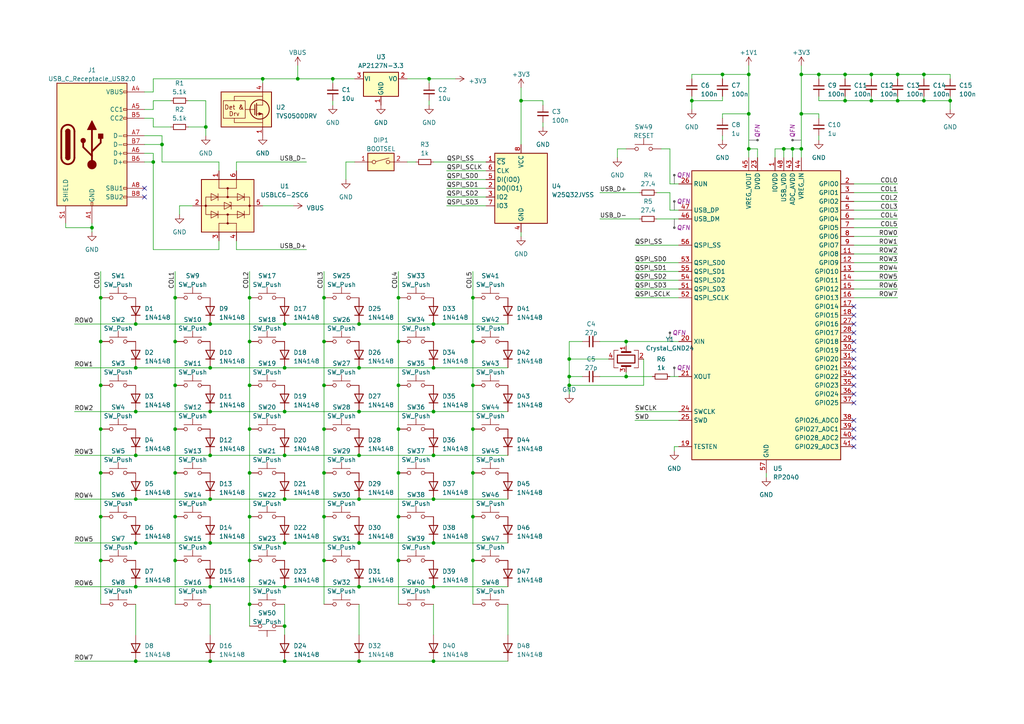
<source format=kicad_sch>
(kicad_sch (version 20230121) (generator eeschema)
  (paper "A4")
  (junction (at 82.55 144.78))
  (junction (at 137.16 137.16))
  (junction (at 50.8 99.06))
  (junction (at 232.41 21.59))
  (junction (at 46.99 41.91))
  (junction (at 29.21 86.36))
  (junction (at 232.41 33.02))
  (junction (at 93.98 137.16))
  (junction (at 125.73 170.18))
  (junction (at 76.2 22.86))
  (junction (at 125.73 191.77))
  (junction (at 137.16 99.06))
  (junction (at 115.57 137.16))
  (junction (at 82.55 106.68))
  (junction (at 93.98 86.36))
  (junction (at 44.45 46.99))
  (junction (at 137.16 162.56))
  (junction (at 93.98 162.56))
  (junction (at 96.52 22.86))
  (junction (at 115.57 124.46))
  (junction (at 72.39 111.76))
  (junction (at 72.39 86.36))
  (junction (at 39.37 106.68))
  (junction (at 50.8 162.56))
  (junction (at 104.14 132.08))
  (junction (at 59.69 36.83))
  (junction (at 245.11 21.59))
  (junction (at 229.87 43.18))
  (junction (at 137.16 111.76))
  (junction (at 72.39 149.86))
  (junction (at 72.39 175.26))
  (junction (at 50.8 124.46))
  (junction (at 39.37 191.77))
  (junction (at 60.96 144.78))
  (junction (at 29.21 162.56))
  (junction (at 165.1 111.76))
  (junction (at 60.96 191.77))
  (junction (at 82.55 132.08))
  (junction (at 39.37 132.08))
  (junction (at 26.67 66.04))
  (junction (at 72.39 124.46))
  (junction (at 124.46 22.86))
  (junction (at 104.14 144.78))
  (junction (at 29.21 99.06))
  (junction (at 50.8 86.36))
  (junction (at 104.14 106.68))
  (junction (at 82.55 181.61))
  (junction (at 217.17 33.02))
  (junction (at 72.39 99.06))
  (junction (at 209.55 21.59))
  (junction (at 104.14 93.98))
  (junction (at 50.8 111.76))
  (junction (at 115.57 162.56))
  (junction (at 29.21 111.76))
  (junction (at 39.37 157.48))
  (junction (at 151.13 29.21))
  (junction (at 181.61 109.22))
  (junction (at 72.39 162.56))
  (junction (at 227.33 43.18))
  (junction (at 252.73 21.59))
  (junction (at 125.73 93.98))
  (junction (at 72.39 137.16))
  (junction (at 50.8 149.86))
  (junction (at 82.55 191.77))
  (junction (at 60.96 93.98))
  (junction (at 181.61 99.06))
  (junction (at 125.73 106.68))
  (junction (at 217.17 21.59))
  (junction (at 39.37 170.18))
  (junction (at 217.17 43.18))
  (junction (at 104.14 119.38))
  (junction (at 29.21 137.16))
  (junction (at 82.55 93.98))
  (junction (at 125.73 144.78))
  (junction (at 104.14 170.18))
  (junction (at 237.49 21.59))
  (junction (at 93.98 124.46))
  (junction (at 125.73 132.08))
  (junction (at 86.36 22.86))
  (junction (at 104.14 191.77))
  (junction (at 82.55 157.48))
  (junction (at 165.1 109.22))
  (junction (at 115.57 111.76))
  (junction (at 60.96 157.48))
  (junction (at 39.37 93.98))
  (junction (at 115.57 99.06))
  (junction (at 115.57 149.86))
  (junction (at 267.97 21.59))
  (junction (at 29.21 124.46))
  (junction (at 60.96 106.68))
  (junction (at 39.37 144.78))
  (junction (at 232.41 43.18))
  (junction (at 60.96 132.08))
  (junction (at 60.96 170.18))
  (junction (at 39.37 119.38))
  (junction (at 260.35 21.59))
  (junction (at 252.73 29.21))
  (junction (at 275.59 29.21))
  (junction (at 93.98 99.06))
  (junction (at 267.97 29.21))
  (junction (at 125.73 157.48))
  (junction (at 50.8 137.16))
  (junction (at 115.57 86.36))
  (junction (at 137.16 149.86))
  (junction (at 245.11 29.21))
  (junction (at 125.73 119.38))
  (junction (at 29.21 149.86))
  (junction (at 93.98 149.86))
  (junction (at 93.98 111.76))
  (junction (at 137.16 86.36))
  (junction (at 82.55 119.38))
  (junction (at 165.1 104.14))
  (junction (at 260.35 29.21))
  (junction (at 200.66 29.21))
  (junction (at 137.16 124.46))
  (junction (at 104.14 157.48))
  (junction (at 60.96 119.38))
  (junction (at 82.55 170.18))
  (no_connect (at 247.65 109.22))
  (no_connect (at 247.65 121.92))
  (no_connect (at 247.65 91.44))
  (no_connect (at 247.65 106.68))
  (no_connect (at 41.91 57.15))
  (no_connect (at 247.65 129.54))
  (no_connect (at 247.65 104.14))
  (no_connect (at 247.65 101.6))
  (no_connect (at 247.65 99.06))
  (no_connect (at 41.91 54.61))
  (no_connect (at 247.65 88.9))
  (no_connect (at 247.65 93.98))
  (no_connect (at 247.65 96.52))
  (no_connect (at 247.65 114.3))
  (no_connect (at 247.65 111.76))
  (no_connect (at 247.65 127))
  (no_connect (at 247.65 116.84))
  (no_connect (at 247.65 124.46))
  (wire (pts (xy 96.52 22.86) (xy 96.52 24.13)))
  (wire (pts (xy 55.88 59.69) (xy 52.07 59.69)))
  (wire (pts (xy 125.73 119.38) (xy 147.32 119.38)))
  (wire (pts (xy 115.57 99.06) (xy 115.57 111.76)))
  (wire (pts (xy 19.05 66.04) (xy 26.67 66.04)))
  (wire (pts (xy 181.61 100.33) (xy 181.61 99.06)))
  (wire (pts (xy 129.54 59.69) (xy 140.97 59.69)))
  (wire (pts (xy 173.99 55.88) (xy 185.42 55.88)))
  (wire (pts (xy 184.15 119.38) (xy 196.85 119.38)))
  (wire (pts (xy 181.61 107.95) (xy 181.61 109.22)))
  (wire (pts (xy 129.54 49.53) (xy 140.97 49.53)))
  (wire (pts (xy 125.73 46.99) (xy 140.97 46.99)))
  (wire (pts (xy 21.59 119.38) (xy 39.37 119.38)))
  (wire (pts (xy 60.96 93.98) (xy 82.55 93.98)))
  (wire (pts (xy 229.87 45.72) (xy 229.87 43.18)))
  (wire (pts (xy 21.59 93.98) (xy 39.37 93.98)))
  (wire (pts (xy 209.55 33.02) (xy 217.17 33.02)))
  (wire (pts (xy 46.99 41.91) (xy 46.99 46.99)))
  (wire (pts (xy 44.45 46.99) (xy 44.45 44.45)))
  (wire (pts (xy 72.39 162.56) (xy 72.39 175.26)))
  (wire (pts (xy 129.54 54.61) (xy 140.97 54.61)))
  (wire (pts (xy 41.91 44.45) (xy 44.45 44.45)))
  (wire (pts (xy 124.46 22.86) (xy 124.46 24.13)))
  (wire (pts (xy 232.41 43.18) (xy 229.87 43.18)))
  (wire (pts (xy 173.99 99.06) (xy 181.61 99.06)))
  (wire (pts (xy 245.11 21.59) (xy 245.11 22.86)))
  (wire (pts (xy 44.45 31.75) (xy 41.91 31.75)))
  (wire (pts (xy 181.61 99.06) (xy 196.85 99.06)))
  (wire (pts (xy 68.58 46.99) (xy 68.58 49.53)))
  (wire (pts (xy 72.39 99.06) (xy 72.39 111.76)))
  (wire (pts (xy 104.14 119.38) (xy 125.73 119.38)))
  (wire (pts (xy 54.61 36.83) (xy 59.69 36.83)))
  (wire (pts (xy 165.1 111.76) (xy 165.1 114.3)))
  (wire (pts (xy 200.66 29.21) (xy 209.55 29.21)))
  (wire (pts (xy 129.54 52.07) (xy 140.97 52.07)))
  (wire (pts (xy 76.2 22.86) (xy 86.36 22.86)))
  (wire (pts (xy 124.46 22.86) (xy 132.08 22.86)))
  (wire (pts (xy 96.52 29.21) (xy 96.52 30.48)))
  (wire (pts (xy 100.33 46.99) (xy 100.33 52.07)))
  (wire (pts (xy 260.35 27.94) (xy 260.35 29.21)))
  (wire (pts (xy 93.98 86.36) (xy 93.98 99.06)))
  (wire (pts (xy 137.16 137.16) (xy 137.16 149.86)))
  (wire (pts (xy 39.37 119.38) (xy 60.96 119.38)))
  (wire (pts (xy 63.5 72.39) (xy 63.5 69.85)))
  (wire (pts (xy 115.57 78.74) (xy 115.57 86.36)))
  (wire (pts (xy 41.91 46.99) (xy 44.45 46.99)))
  (wire (pts (xy 217.17 33.02) (xy 217.17 43.18)))
  (wire (pts (xy 104.14 170.18) (xy 125.73 170.18)))
  (wire (pts (xy 267.97 29.21) (xy 275.59 29.21)))
  (wire (pts (xy 104.14 132.08) (xy 125.73 132.08)))
  (wire (pts (xy 247.65 86.36) (xy 260.35 86.36)))
  (wire (pts (xy 194.31 60.96) (xy 194.31 55.88)))
  (wire (pts (xy 60.96 191.77) (xy 82.55 191.77)))
  (wire (pts (xy 245.11 29.21) (xy 252.73 29.21)))
  (wire (pts (xy 115.57 111.76) (xy 115.57 124.46)))
  (wire (pts (xy 118.11 46.99) (xy 120.65 46.99)))
  (wire (pts (xy 186.69 111.76) (xy 165.1 111.76)))
  (wire (pts (xy 44.45 22.86) (xy 76.2 22.86)))
  (wire (pts (xy 195.58 129.54) (xy 195.58 130.81)))
  (wire (pts (xy 247.65 66.04) (xy 260.35 66.04)))
  (wire (pts (xy 137.16 86.36) (xy 137.16 99.06)))
  (wire (pts (xy 165.1 104.14) (xy 165.1 109.22)))
  (wire (pts (xy 50.8 86.36) (xy 50.8 99.06)))
  (wire (pts (xy 219.71 43.18) (xy 217.17 43.18)))
  (wire (pts (xy 232.41 33.02) (xy 237.49 33.02)))
  (wire (pts (xy 60.96 106.68) (xy 82.55 106.68)))
  (wire (pts (xy 247.65 55.88) (xy 260.35 55.88)))
  (wire (pts (xy 29.21 111.76) (xy 29.21 124.46)))
  (wire (pts (xy 46.99 41.91) (xy 46.99 39.37)))
  (wire (pts (xy 41.91 26.67) (xy 44.45 26.67)))
  (wire (pts (xy 21.59 157.48) (xy 39.37 157.48)))
  (wire (pts (xy 21.59 170.18) (xy 39.37 170.18)))
  (wire (pts (xy 93.98 99.06) (xy 93.98 111.76)))
  (wire (pts (xy 21.59 106.68) (xy 39.37 106.68)))
  (wire (pts (xy 124.46 29.21) (xy 124.46 30.48)))
  (wire (pts (xy 50.8 99.06) (xy 50.8 111.76)))
  (wire (pts (xy 82.55 119.38) (xy 104.14 119.38)))
  (wire (pts (xy 125.73 144.78) (xy 147.32 144.78)))
  (wire (pts (xy 86.36 22.86) (xy 96.52 22.86)))
  (wire (pts (xy 60.96 132.08) (xy 82.55 132.08)))
  (wire (pts (xy 190.5 63.5) (xy 196.85 63.5)))
  (wire (pts (xy 252.73 27.94) (xy 252.73 29.21)))
  (wire (pts (xy 44.45 29.21) (xy 44.45 31.75)))
  (wire (pts (xy 247.65 71.12) (xy 260.35 71.12)))
  (wire (pts (xy 50.8 149.86) (xy 50.8 162.56)))
  (wire (pts (xy 209.55 40.64) (xy 209.55 39.37)))
  (wire (pts (xy 39.37 106.68) (xy 60.96 106.68)))
  (wire (pts (xy 125.73 170.18) (xy 147.32 170.18)))
  (wire (pts (xy 86.36 19.05) (xy 86.36 22.86)))
  (wire (pts (xy 247.65 81.28) (xy 260.35 81.28)))
  (wire (pts (xy 82.55 144.78) (xy 104.14 144.78)))
  (wire (pts (xy 151.13 25.4) (xy 151.13 29.21)))
  (wire (pts (xy 76.2 59.69) (xy 85.09 59.69)))
  (wire (pts (xy 209.55 34.29) (xy 209.55 33.02)))
  (wire (pts (xy 232.41 19.05) (xy 232.41 21.59)))
  (wire (pts (xy 173.99 63.5) (xy 185.42 63.5)))
  (wire (pts (xy 217.17 21.59) (xy 217.17 33.02)))
  (wire (pts (xy 247.65 60.96) (xy 260.35 60.96)))
  (wire (pts (xy 260.35 21.59) (xy 252.73 21.59)))
  (wire (pts (xy 60.96 119.38) (xy 82.55 119.38)))
  (wire (pts (xy 237.49 34.29) (xy 237.49 33.02)))
  (wire (pts (xy 60.96 157.48) (xy 82.55 157.48)))
  (wire (pts (xy 219.71 45.72) (xy 219.71 43.18)))
  (wire (pts (xy 41.91 41.91) (xy 46.99 41.91)))
  (wire (pts (xy 232.41 21.59) (xy 232.41 33.02)))
  (wire (pts (xy 227.33 43.18) (xy 224.79 43.18)))
  (wire (pts (xy 29.21 149.86) (xy 29.21 162.56)))
  (wire (pts (xy 137.16 99.06) (xy 137.16 111.76)))
  (wire (pts (xy 82.55 170.18) (xy 104.14 170.18)))
  (wire (pts (xy 39.37 93.98) (xy 60.96 93.98)))
  (wire (pts (xy 50.8 78.74) (xy 50.8 86.36)))
  (wire (pts (xy 44.45 36.83) (xy 44.45 34.29)))
  (wire (pts (xy 82.55 106.68) (xy 104.14 106.68)))
  (wire (pts (xy 260.35 21.59) (xy 260.35 22.86)))
  (wire (pts (xy 196.85 129.54) (xy 195.58 129.54)))
  (wire (pts (xy 21.59 191.77) (xy 39.37 191.77)))
  (wire (pts (xy 237.49 40.64) (xy 237.49 39.37)))
  (wire (pts (xy 237.49 21.59) (xy 237.49 22.86)))
  (wire (pts (xy 137.16 149.86) (xy 137.16 162.56)))
  (wire (pts (xy 165.1 109.22) (xy 168.91 109.22)))
  (wire (pts (xy 44.45 26.67) (xy 44.45 22.86)))
  (wire (pts (xy 232.41 45.72) (xy 232.41 43.18)))
  (wire (pts (xy 104.14 184.15) (xy 104.14 175.26)))
  (wire (pts (xy 115.57 124.46) (xy 115.57 137.16)))
  (wire (pts (xy 181.61 43.18) (xy 179.07 43.18)))
  (wire (pts (xy 165.1 99.06) (xy 165.1 104.14)))
  (wire (pts (xy 125.73 132.08) (xy 147.32 132.08)))
  (wire (pts (xy 237.49 21.59) (xy 245.11 21.59)))
  (wire (pts (xy 50.8 162.56) (xy 50.8 175.26)))
  (wire (pts (xy 179.07 43.18) (xy 179.07 45.72)))
  (wire (pts (xy 151.13 67.31) (xy 151.13 68.58)))
  (wire (pts (xy 125.73 106.68) (xy 147.32 106.68)))
  (wire (pts (xy 102.87 46.99) (xy 100.33 46.99)))
  (wire (pts (xy 39.37 132.08) (xy 60.96 132.08)))
  (wire (pts (xy 275.59 29.21) (xy 275.59 27.94)))
  (wire (pts (xy 222.25 138.43) (xy 222.25 137.16)))
  (wire (pts (xy 44.45 72.39) (xy 63.5 72.39)))
  (wire (pts (xy 181.61 109.22) (xy 189.23 109.22)))
  (wire (pts (xy 168.91 99.06) (xy 165.1 99.06)))
  (wire (pts (xy 19.05 64.77) (xy 19.05 66.04)))
  (wire (pts (xy 63.5 49.53) (xy 63.5 46.99)))
  (wire (pts (xy 137.16 111.76) (xy 137.16 124.46)))
  (wire (pts (xy 59.69 39.37) (xy 59.69 36.83)))
  (wire (pts (xy 72.39 149.86) (xy 72.39 162.56)))
  (wire (pts (xy 93.98 78.74) (xy 93.98 86.36)))
  (wire (pts (xy 267.97 21.59) (xy 267.97 22.86)))
  (wire (pts (xy 82.55 184.15) (xy 82.55 181.61)))
  (wire (pts (xy 60.96 170.18) (xy 82.55 170.18)))
  (wire (pts (xy 29.21 99.06) (xy 29.21 111.76)))
  (wire (pts (xy 50.8 124.46) (xy 50.8 137.16)))
  (wire (pts (xy 252.73 21.59) (xy 252.73 22.86)))
  (wire (pts (xy 29.21 137.16) (xy 29.21 149.86)))
  (wire (pts (xy 247.65 76.2) (xy 260.35 76.2)))
  (wire (pts (xy 29.21 86.36) (xy 29.21 99.06)))
  (wire (pts (xy 247.65 78.74) (xy 260.35 78.74)))
  (wire (pts (xy 29.21 124.46) (xy 29.21 137.16)))
  (wire (pts (xy 186.69 104.14) (xy 186.69 111.76)))
  (wire (pts (xy 60.96 184.15) (xy 60.96 175.26)))
  (wire (pts (xy 52.07 59.69) (xy 52.07 62.23)))
  (wire (pts (xy 247.65 53.34) (xy 260.35 53.34)))
  (wire (pts (xy 125.73 191.77) (xy 147.32 191.77)))
  (wire (pts (xy 247.65 58.42) (xy 260.35 58.42)))
  (wire (pts (xy 50.8 137.16) (xy 50.8 149.86)))
  (wire (pts (xy 245.11 27.94) (xy 245.11 29.21)))
  (wire (pts (xy 184.15 78.74) (xy 196.85 78.74)))
  (wire (pts (xy 247.65 68.58) (xy 260.35 68.58)))
  (wire (pts (xy 147.32 184.15) (xy 147.32 175.26)))
  (wire (pts (xy 118.11 22.86) (xy 124.46 22.86)))
  (wire (pts (xy 93.98 162.56) (xy 93.98 175.26)))
  (wire (pts (xy 275.59 21.59) (xy 267.97 21.59)))
  (wire (pts (xy 104.14 144.78) (xy 125.73 144.78)))
  (wire (pts (xy 209.55 21.59) (xy 209.55 22.86)))
  (wire (pts (xy 137.16 162.56) (xy 137.16 175.26)))
  (wire (pts (xy 39.37 144.78) (xy 60.96 144.78)))
  (wire (pts (xy 104.14 93.98) (xy 125.73 93.98)))
  (wire (pts (xy 237.49 29.21) (xy 245.11 29.21)))
  (wire (pts (xy 184.15 76.2) (xy 196.85 76.2)))
  (wire (pts (xy 68.58 72.39) (xy 88.9 72.39)))
  (wire (pts (xy 96.52 22.86) (xy 102.87 22.86)))
  (wire (pts (xy 72.39 111.76) (xy 72.39 124.46)))
  (wire (pts (xy 137.16 78.74) (xy 137.16 86.36)))
  (wire (pts (xy 173.99 109.22) (xy 181.61 109.22)))
  (wire (pts (xy 184.15 121.92) (xy 196.85 121.92)))
  (wire (pts (xy 184.15 81.28) (xy 196.85 81.28)))
  (wire (pts (xy 93.98 124.46) (xy 93.98 137.16)))
  (wire (pts (xy 21.59 132.08) (xy 39.37 132.08)))
  (wire (pts (xy 184.15 83.82) (xy 196.85 83.82)))
  (wire (pts (xy 115.57 86.36) (xy 115.57 99.06)))
  (wire (pts (xy 252.73 21.59) (xy 245.11 21.59)))
  (wire (pts (xy 39.37 191.77) (xy 60.96 191.77)))
  (wire (pts (xy 267.97 21.59) (xy 260.35 21.59)))
  (wire (pts (xy 194.31 109.22) (xy 196.85 109.22)))
  (wire (pts (xy 41.91 39.37) (xy 46.99 39.37)))
  (wire (pts (xy 237.49 27.94) (xy 237.49 29.21)))
  (wire (pts (xy 93.98 137.16) (xy 93.98 149.86)))
  (wire (pts (xy 72.39 78.74) (xy 72.39 86.36)))
  (wire (pts (xy 82.55 157.48) (xy 104.14 157.48)))
  (wire (pts (xy 46.99 46.99) (xy 63.5 46.99)))
  (wire (pts (xy 76.2 22.86) (xy 76.2 24.13)))
  (wire (pts (xy 39.37 184.15) (xy 39.37 175.26)))
  (wire (pts (xy 217.17 43.18) (xy 217.17 45.72)))
  (wire (pts (xy 165.1 109.22) (xy 165.1 111.76)))
  (wire (pts (xy 26.67 67.31) (xy 26.67 66.04)))
  (wire (pts (xy 82.55 93.98) (xy 104.14 93.98)))
  (wire (pts (xy 72.39 124.46) (xy 72.39 137.16)))
  (wire (pts (xy 232.41 33.02) (xy 232.41 43.18)))
  (wire (pts (xy 44.45 29.21) (xy 49.53 29.21)))
  (wire (pts (xy 21.59 144.78) (xy 39.37 144.78)))
  (wire (pts (xy 59.69 29.21) (xy 59.69 36.83)))
  (wire (pts (xy 194.31 53.34) (xy 196.85 53.34)))
  (wire (pts (xy 104.14 157.48) (xy 125.73 157.48)))
  (wire (pts (xy 68.58 69.85) (xy 68.58 72.39)))
  (wire (pts (xy 125.73 157.48) (xy 147.32 157.48)))
  (wire (pts (xy 194.31 43.18) (xy 194.31 53.34)))
  (wire (pts (xy 82.55 181.61) (xy 82.55 175.26)))
  (wire (pts (xy 275.59 22.86) (xy 275.59 21.59)))
  (wire (pts (xy 194.31 43.18) (xy 191.77 43.18)))
  (wire (pts (xy 44.45 46.99) (xy 44.45 72.39)))
  (wire (pts (xy 39.37 170.18) (xy 60.96 170.18)))
  (wire (pts (xy 68.58 46.99) (xy 88.9 46.99)))
  (wire (pts (xy 232.41 21.59) (xy 237.49 21.59)))
  (wire (pts (xy 125.73 93.98) (xy 147.32 93.98)))
  (wire (pts (xy 72.39 86.36) (xy 72.39 99.06)))
  (wire (pts (xy 129.54 57.15) (xy 140.97 57.15)))
  (wire (pts (xy 54.61 29.21) (xy 59.69 29.21)))
  (wire (pts (xy 93.98 149.86) (xy 93.98 162.56)))
  (wire (pts (xy 115.57 162.56) (xy 115.57 175.26)))
  (wire (pts (xy 115.57 137.16) (xy 115.57 149.86)))
  (wire (pts (xy 39.37 157.48) (xy 60.96 157.48)))
  (wire (pts (xy 82.55 132.08) (xy 104.14 132.08)))
  (wire (pts (xy 247.65 73.66) (xy 260.35 73.66)))
  (wire (pts (xy 157.48 29.21) (xy 151.13 29.21)))
  (wire (pts (xy 190.5 55.88) (xy 194.31 55.88)))
  (wire (pts (xy 200.66 27.94) (xy 200.66 29.21)))
  (wire (pts (xy 115.57 149.86) (xy 115.57 162.56)))
  (wire (pts (xy 247.65 83.82) (xy 260.35 83.82)))
  (wire (pts (xy 157.48 29.21) (xy 157.48 30.48)))
  (wire (pts (xy 93.98 111.76) (xy 93.98 124.46)))
  (wire (pts (xy 184.15 71.12) (xy 196.85 71.12)))
  (wire (pts (xy 104.14 106.68) (xy 125.73 106.68)))
  (wire (pts (xy 49.53 36.83) (xy 44.45 36.83)))
  (wire (pts (xy 72.39 137.16) (xy 72.39 149.86)))
  (wire (pts (xy 275.59 31.75) (xy 275.59 29.21)))
  (wire (pts (xy 260.35 29.21) (xy 267.97 29.21)))
  (wire (pts (xy 104.14 191.77) (xy 125.73 191.77)))
  (wire (pts (xy 200.66 29.21) (xy 200.66 31.75)))
  (wire (pts (xy 165.1 104.14) (xy 176.53 104.14)))
  (wire (pts (xy 200.66 22.86) (xy 200.66 21.59)))
  (wire (pts (xy 267.97 29.21) (xy 267.97 27.94)))
  (wire (pts (xy 227.33 45.72) (xy 227.33 43.18)))
  (wire (pts (xy 209.55 21.59) (xy 217.17 21.59)))
  (wire (pts (xy 184.15 86.36) (xy 196.85 86.36)))
  (wire (pts (xy 252.73 29.21) (xy 260.35 29.21)))
  (wire (pts (xy 247.65 63.5) (xy 260.35 63.5)))
  (wire (pts (xy 26.67 66.04) (xy 26.67 64.77)))
  (wire (pts (xy 44.45 34.29) (xy 41.91 34.29)))
  (wire (pts (xy 217.17 19.05) (xy 217.17 21.59)))
  (wire (pts (xy 224.79 43.18) (xy 224.79 45.72)))
  (wire (pts (xy 157.48 35.56) (xy 157.48 36.83)))
  (wire (pts (xy 229.87 43.18) (xy 227.33 43.18)))
  (wire (pts (xy 196.85 60.96) (xy 194.31 60.96)))
  (wire (pts (xy 209.55 29.21) (xy 209.55 27.94)))
  (wire (pts (xy 29.21 78.74) (xy 29.21 86.36)))
  (wire (pts (xy 72.39 175.26) (xy 72.39 181.61)))
  (wire (pts (xy 151.13 29.21) (xy 151.13 41.91)))
  (wire (pts (xy 60.96 144.78) (xy 82.55 144.78)))
  (wire (pts (xy 137.16 124.46) (xy 137.16 137.16)))
  (wire (pts (xy 29.21 162.56) (xy 29.21 175.26)))
  (wire (pts (xy 50.8 111.76) (xy 50.8 124.46)))
  (wire (pts (xy 125.73 184.15) (xy 125.73 175.26)))
  (wire (pts (xy 82.55 191.77) (xy 104.14 191.77)))
  (wire (pts (xy 200.66 21.59) (xy 209.55 21.59)))
  (label "QSPI_SD0" (at 184.15 76.2 0))
  (label "QSPI_SD1" (at 129.54 54.61 0))
  (label "COL2" (at 260.35 58.42 180))
  (label "COL0" (at 29.21 78.74 270))
  (label "QSPI_SS" (at 129.54 46.99 0))
  (label "COL5" (at 137.16 78.74 270))
  (label "QSPI_SCLK" (at 184.15 86.36 0))
  (label "QSPI_SD3" (at 129.54 59.69 0))
  (label "ROW5" (at 260.35 81.28 180))
  (label "ROW3" (at 21.59 132.08 0))
  (label "ROW4" (at 260.35 78.74 180))
  (label "USB_D+" (at 88.9 72.39 180))
  (label "ROW5" (at 21.59 157.48 0))
  (label "COL4" (at 260.35 63.5 180))
  (label "COL2" (at 72.39 78.74 270))
  (label "ROW7" (at 260.35 86.36 180))
  (label "COL3" (at 260.35 60.96 180))
  (label "ROW7" (at 21.59 191.77 0))
  (label "ROW2" (at 21.59 119.38 0))
  (label "COL4" (at 115.57 78.74 270))
  (label "USB_D-" (at 88.9 46.99 180))
  (label "ROW0" (at 21.59 93.98 0))
  (label "QSPI_SD2" (at 184.15 81.28 0))
  (label "COL1" (at 50.8 78.74 270))
  (label "QSPI_SD2" (at 129.54 57.15 0))
  (label "ROW3" (at 260.35 76.2 180))
  (label "COL5" (at 260.35 66.04 180))
  (label "ROW1" (at 21.59 106.68 0))
  (label "USB_D+" (at 173.99 55.88 0))
  (label "ROW0" (at 260.35 68.58 180))
  (label "QSPI_SCLK" (at 129.54 49.53 0))
  (label "QSPI_SD1" (at 184.15 78.74 0))
  (label "USB_D-" (at 173.99 63.5 0))
  (label "QSPI_SD0" (at 129.54 52.07 0))
  (label "ROW6" (at 260.35 83.82 180))
  (label "ROW1" (at 260.35 71.12 180))
  (label "ROW4" (at 21.59 144.78 0))
  (label "QSPI_SS" (at 184.15 71.12 0))
  (label "COL1" (at 260.35 55.88 180))
  (label "COL0" (at 260.35 53.34 180))
  (label "SWCLK" (at 184.15 119.38 0))
  (label "QSPI_SD3" (at 184.15 83.82 0))
  (label "ROW2" (at 260.35 73.66 180))
  (label "SWD" (at 184.15 121.92 0))
  (label "ROW6" (at 21.59 170.18 0))
  (label "COL3" (at 93.98 78.74 270))
  (netclass_flag "" (length 2.54) (shape dot) (at 195.58 109.22 0) (property "Netclass" "QFN" (at 196.2785 106.68 0) (effects (font italic) (justify left))))
  (netclass_flag "" (length 2.54) (shape dot) (at 195.58 53.34 0) (property "Netclass" "QFN" (at 196.2785 50.8 0) (effects (font italic) (justify left))))
  (netclass_flag "" (length 2.54) (shape dot) (at 194.31 99.06 0) (property "Netclass" "QFN" (at 195.0085 96.52 0) (effects (font italic) (justify left))))
  (netclass_flag "" (length 2.54) (shape dot) (at 195.58 60.96 0) (property "Netclass" "QFN" (at 196.2785 58.42 0) (effects (font italic) (justify left))))
  (netclass_flag "" (length 2.54) (shape dot) (at 232.41 40.64 90) (property "Netclass" "QFN" (at 229.87 39.9415 90) (effects (font italic) (justify left))))
  (netclass_flag "" (length 2.54) (shape dot) (at 217.17 40.64 270) (property "Netclass" "QFN" (at 219.71 39.9415 90) (effects (font italic) (justify left))))
  (netclass_flag "" (length 2.54) (shape dot) (at 195.58 63.5 180) (property "Netclass" "QFN" (at 196.2785 66.04 0) (effects (font italic) (justify left))))
  (symbol (lib_id "Diode:1N4148") (at 60.96 166.37 90) (unit 1)
    (property "Reference" "D15" (at 63.5 165.735 90) (effects (justify right)))
    (property "Value" "1N4148" (at 63.5 168.275 90) (effects (justify right)))
    (property "Footprint" "Diode_SMD:D_SOD-123" (effects hide))
    (property "Datasheet" "https://assets.nexperia.com/documents/data-sheet/1N4148_1N4448.pdf" (effects hide))
    (property "Sim.Device" "D" (effects hide))
    (property "Sim.Pins" "1=K 2=A" (effects hide))
  )
  (symbol (lib_id "Diode:1N4148") (at 125.73 90.17 90) (unit 1)
    (property "Reference" "D33" (at 128.27 89.535 90) (effects (justify right)))
    (property "Value" "1N4148" (at 128.27 92.075 90) (effects (justify right)))
    (property "Footprint" "Diode_SMD:D_SOD-123" (effects hide))
    (property "Datasheet" "https://assets.nexperia.com/documents/data-sheet/1N4148_1N4448.pdf" (effects hide))
    (property "Sim.Device" "D" (effects hide))
    (property "Sim.Pins" "1=K 2=A" (effects hide))
  )
  (symbol (lib_id "Diode:1N4148") (at 60.96 187.96 90) (unit 1)
    (property "Reference" "D16" (at 63.5 187.325 90) (effects (justify right)))
    (property "Value" "1N4148" (at 63.5 189.865 90) (effects (justify right)))
    (property "Footprint" "Diode_SMD:D_SOD-123" (effects hide))
    (property "Datasheet" "https://assets.nexperia.com/documents/data-sheet/1N4148_1N4448.pdf" (effects hide))
    (property "Sim.Device" "D" (effects hide))
    (property "Sim.Pins" "1=K 2=A" (effects hide))
  )
  (symbol (lib_id "Switch:SW_Push") (at 55.88 162.56 0) (unit 1)
    (property "Reference" "SW15" (at 55.88 156.21 0))
    (property "Value" "SW_Push" (at 55.88 158.75 0))
    (property "Footprint" "Technik-MIT:ChocV1_Hotswap" (effects hide))
  )
  (symbol (lib_id "Diode:1N4148") (at 60.96 153.67 90) (unit 1)
    (property "Reference" "D14" (at 63.5 153.035 90) (effects (justify right)))
    (property "Value" "1N4148" (at 63.5 155.575 90) (effects (justify right)))
    (property "Footprint" "Diode_SMD:D_SOD-123" (effects hide))
    (property "Datasheet" "https://assets.nexperia.com/documents/data-sheet/1N4148_1N4448.pdf" (effects hide))
    (property "Sim.Device" "D" (effects hide))
    (property "Sim.Pins" "1=K 2=A" (effects hide))
  )
  (symbol (lib_id "power:+1V1") (at 217.17 19.05 0) (unit 1)
    (property "Reference" "#PWR020" (effects hide))
    (property "Value" "+1V1" (at 217.17 15.24 0))
  )
  (symbol (lib_id "Diode:1N4148") (at 104.14 153.67 90) (unit 1)
    (property "Reference" "D30" (at 106.68 153.035 90) (effects (justify right)))
    (property "Value" "1N4148" (at 106.68 155.575 90) (effects (justify right)))
    (property "Footprint" "Diode_SMD:D_SOD-123" (effects hide))
    (property "Datasheet" "https://assets.nexperia.com/documents/data-sheet/1N4148_1N4448.pdf" (effects hide))
    (property "Sim.Device" "D" (effects hide))
    (property "Sim.Pins" "1=K 2=A" (effects hide))
  )
  (symbol (lib_id "power:+3V3") (at 151.13 25.4 0) (unit 1)
    (property "Reference" "#PWR012" (effects hide))
    (property "Value" "+3V3" (at 151.13 21.59 0))
  )
  (symbol (lib_id "Diode:1N4148") (at 60.96 115.57 90) (unit 1)
    (property "Reference" "D11" (at 63.5 114.935 90) (effects (justify right)))
    (property "Value" "1N4148" (at 63.5 117.475 90) (effects (justify right)))
    (property "Footprint" "Diode_SMD:D_SOD-123" (effects hide))
    (property "Datasheet" "https://assets.nexperia.com/documents/data-sheet/1N4148_1N4448.pdf" (effects hide))
    (property "Sim.Device" "D" (effects hide))
    (property "Sim.Pins" "1=K 2=A" (effects hide))
  )
  (symbol (lib_id "Switch:SW_Push") (at 77.47 162.56 0) (unit 1)
    (property "Reference" "SW23" (at 77.47 156.21 0))
    (property "Value" "SW_Push" (at 77.47 158.75 0))
    (property "Footprint" "Technik-MIT:ChocV1_Hotswap" (effects hide))
  )
  (symbol (lib_id "Switch:SW_Push") (at 55.88 149.86 0) (unit 1)
    (property "Reference" "SW14" (at 55.88 143.51 0))
    (property "Value" "SW_Push" (at 55.88 146.05 0))
    (property "Footprint" "Technik-MIT:ChocV1_Hotswap" (effects hide))
  )
  (symbol (lib_id "Device:R_Small") (at 52.07 36.83 270) (unit 1)
    (property "Reference" "R2" (at 52.07 31.75 90))
    (property "Value" "5.1k" (at 52.07 34.29 90))
    (property "Footprint" "Resistor_SMD:R_0402_1005Metric" (effects hide))
  )
  (symbol (lib_id "Device:C_Small") (at 275.59 25.4 0) (unit 1)
    (property "Reference" "C15" (at 278.13 24.7713 0) (effects (justify left)))
    (property "Value" "100n" (at 278.13 27.3113 0) (effects (justify left)))
    (property "Footprint" "Capacitor_SMD:C_0402_1005Metric" (effects hide))
  )
  (symbol (lib_id "Power_Protection:TVS0500DRV") (at 76.2 31.75 0) (unit 1)
    (property "Reference" "U2" (at 80.01 31.115 0) (effects (justify left)))
    (property "Value" "TVS0500DRV" (at 80.01 33.655 0) (effects (justify left)))
    (property "Footprint" "Package_SON:WSON-6-1EP_2x2mm_P0.65mm_EP1x1.6mm" (effects hide))
    (property "Datasheet" "http://www.ti.com/lit/ds/symlink/tvs0500.pdf" (effects hide))
  )
  (symbol (lib_id "Diode:1N4148") (at 39.37 90.17 90) (unit 1)
    (property "Reference" "D1" (at 41.91 89.535 90) (effects (justify right)))
    (property "Value" "1N4148" (at 41.91 92.075 90) (effects (justify right)))
    (property "Footprint" "Diode_SMD:D_SOD-123" (effects hide))
    (property "Datasheet" "https://assets.nexperia.com/documents/data-sheet/1N4148_1N4448.pdf" (effects hide))
    (property "Sim.Device" "D" (effects hide))
    (property "Sim.Pins" "1=K 2=A" (effects hide))
  )
  (symbol (lib_id "Switch:SW_Push") (at 142.24 137.16 0) (unit 1)
    (property "Reference" "SW45" (at 142.24 130.81 0))
    (property "Value" "SW_Push" (at 142.24 133.35 0))
    (property "Footprint" "Technik-MIT:ChocV1_Hotswap" (effects hide))
  )
  (symbol (lib_id "power:GND") (at 200.66 31.75 0) (unit 1)
    (property "Reference" "#PWR018" (effects hide))
    (property "Value" "GND" (at 200.66 36.83 0))
  )
  (symbol (lib_id "Diode:1N4148") (at 104.14 187.96 90) (unit 1)
    (property "Reference" "D32" (at 106.68 187.325 90) (effects (justify right)))
    (property "Value" "1N4148" (at 106.68 189.865 90) (effects (justify right)))
    (property "Footprint" "Diode_SMD:D_SOD-123" (effects hide))
    (property "Datasheet" "https://assets.nexperia.com/documents/data-sheet/1N4148_1N4448.pdf" (effects hide))
    (property "Sim.Device" "D" (effects hide))
    (property "Sim.Pins" "1=K 2=A" (effects hide))
  )
  (symbol (lib_id "Switch:SW_Push") (at 142.24 86.36 0) (unit 1)
    (property "Reference" "SW41" (at 142.24 80.01 0))
    (property "Value" "SW_Push" (at 142.24 82.55 0))
    (property "Footprint" "Technik-MIT:ChocV1_Hotswap" (effects hide))
  )
  (symbol (lib_id "power:GND") (at 157.48 36.83 0) (unit 1)
    (property "Reference" "#PWR014" (effects hide))
    (property "Value" "GND" (at 157.48 41.91 0))
  )
  (symbol (lib_id "Device:C_Small") (at 237.49 25.4 0) (unit 1)
    (property "Reference" "C9" (at 240.03 24.7713 0) (effects (justify left)))
    (property "Value" "100n" (at 240.03 27.3113 0) (effects (justify left)))
    (property "Footprint" "Capacitor_SMD:C_0402_1005Metric" (effects hide))
  )
  (symbol (lib_id "Diode:1N4148") (at 147.32 187.96 90) (unit 1)
    (property "Reference" "D48" (at 149.86 187.325 90) (effects (justify right)))
    (property "Value" "1N4148" (at 149.86 189.865 90) (effects (justify right)))
    (property "Footprint" "Diode_SMD:D_SOD-123" (effects hide))
    (property "Datasheet" "https://assets.nexperia.com/documents/data-sheet/1N4148_1N4448.pdf" (effects hide))
    (property "Sim.Device" "D" (effects hide))
    (property "Sim.Pins" "1=K 2=A" (effects hide))
  )
  (symbol (lib_id "Device:C_Small") (at 171.45 99.06 90) (unit 1)
    (property "Reference" "C4" (at 171.4563 93.98 90))
    (property "Value" "27p" (at 171.4563 96.52 90))
    (property "Footprint" "Capacitor_SMD:C_0402_1005Metric" (effects hide))
  )
  (symbol (lib_id "Diode:1N4148") (at 147.32 140.97 90) (unit 1)
    (property "Reference" "D45" (at 149.86 140.335 90) (effects (justify right)))
    (property "Value" "1N4148" (at 149.86 142.875 90) (effects (justify right)))
    (property "Footprint" "Diode_SMD:D_SOD-123" (effects hide))
    (property "Datasheet" "https://assets.nexperia.com/documents/data-sheet/1N4148_1N4448.pdf" (effects hide))
    (property "Sim.Device" "D" (effects hide))
    (property "Sim.Pins" "1=K 2=A" (effects hide))
  )
  (symbol (lib_id "Switch:SW_Push") (at 77.47 149.86 0) (unit 1)
    (property "Reference" "SW22" (at 77.47 143.51 0))
    (property "Value" "SW_Push" (at 77.47 146.05 0))
    (property "Footprint" "Technik-MIT:ChocV1_Hotswap" (effects hide))
  )
  (symbol (lib_id "Switch:SW_Push") (at 99.06 137.16 0) (unit 1)
    (property "Reference" "SW29" (at 99.06 130.81 0))
    (property "Value" "SW_Push" (at 99.06 133.35 0))
    (property "Footprint" "Technik-MIT:ChocV1_Hotswap" (effects hide))
  )
  (symbol (lib_id "Diode:1N4148") (at 82.55 140.97 90) (unit 1)
    (property "Reference" "D21" (at 85.09 140.335 90) (effects (justify right)))
    (property "Value" "1N4148" (at 85.09 142.875 90) (effects (justify right)))
    (property "Footprint" "Diode_SMD:D_SOD-123" (effects hide))
    (property "Datasheet" "https://assets.nexperia.com/documents/data-sheet/1N4148_1N4448.pdf" (effects hide))
    (property "Sim.Device" "D" (effects hide))
    (property "Sim.Pins" "1=K 2=A" (effects hide))
  )
  (symbol (lib_id "Switch:SW_Push") (at 77.47 86.36 0) (unit 1)
    (property "Reference" "SW17" (at 77.47 80.01 0))
    (property "Value" "SW_Push" (at 77.47 82.55 0))
    (property "Footprint" "Technik-MIT:ChocV1_Hotswap" (effects hide))
  )
  (symbol (lib_id "Diode:1N4148") (at 60.96 128.27 90) (unit 1)
    (property "Reference" "D12" (at 63.5 127.635 90) (effects (justify right)))
    (property "Value" "1N4148" (at 63.5 130.175 90) (effects (justify right)))
    (property "Footprint" "Diode_SMD:D_SOD-123" (effects hide))
    (property "Datasheet" "https://assets.nexperia.com/documents/data-sheet/1N4148_1N4448.pdf" (effects hide))
    (property "Sim.Device" "D" (effects hide))
    (property "Sim.Pins" "1=K 2=A" (effects hide))
  )
  (symbol (lib_id "Diode:1N4148") (at 39.37 187.96 90) (unit 1)
    (property "Reference" "D8" (at 41.91 187.325 90) (effects (justify right)))
    (property "Value" "1N4148" (at 41.91 189.865 90) (effects (justify right)))
    (property "Footprint" "Diode_SMD:D_SOD-123" (effects hide))
    (property "Datasheet" "https://assets.nexperia.com/documents/data-sheet/1N4148_1N4448.pdf" (effects hide))
    (property "Sim.Device" "D" (effects hide))
    (property "Sim.Pins" "1=K 2=A" (effects hide))
  )
  (symbol (lib_id "Diode:1N4148") (at 104.14 90.17 90) (unit 1)
    (property "Reference" "D25" (at 106.68 89.535 90) (effects (justify right)))
    (property "Value" "1N4148" (at 106.68 92.075 90) (effects (justify right)))
    (property "Footprint" "Diode_SMD:D_SOD-123" (effects hide))
    (property "Datasheet" "https://assets.nexperia.com/documents/data-sheet/1N4148_1N4448.pdf" (effects hide))
    (property "Sim.Device" "D" (effects hide))
    (property "Sim.Pins" "1=K 2=A" (effects hide))
  )
  (symbol (lib_id "Device:C_Small") (at 260.35 25.4 0) (unit 1)
    (property "Reference" "C13" (at 262.89 24.7713 0) (effects (justify left)))
    (property "Value" "100n" (at 262.89 27.3113 0) (effects (justify left)))
    (property "Footprint" "Capacitor_SMD:C_0402_1005Metric" (effects hide))
  )
  (symbol (lib_id "Device:C_Small") (at 124.46 26.67 0) (unit 1)
    (property "Reference" "C2" (at 127 26.0413 0) (effects (justify left)))
    (property "Value" "10u" (at 127 28.5813 0) (effects (justify left)))
    (property "Footprint" "Capacitor_SMD:C_0402_1005Metric" (effects hide))
  )
  (symbol (lib_id "power:GND") (at 124.46 30.48 0) (unit 1)
    (property "Reference" "#PWR010" (effects hide))
    (property "Value" "GND" (at 124.46 35.56 0))
  )
  (symbol (lib_id "Connector:USB_C_Receptacle_USB2.0") (at 26.67 41.91 0) (unit 1)
    (property "Reference" "J1" (at 26.67 20.32 0))
    (property "Value" "USB_C_Receptacle_USB2.0" (at 26.67 22.86 0))
    (property "Footprint" "molex-216990_gct-usb45xx_hro-type-c-31-m-13x:Molex-216990_GCT-USB45xx_HRO-TYPE-C-31-M-13x" (effects hide))
    (property "Datasheet" "https://www.usb.org/sites/default/files/documents/usb_type-c.zip" (effects hide))
  )
  (symbol (lib_id "Switch:SW_Push") (at 77.47 99.06 0) (unit 1)
    (property "Reference" "SW18" (at 77.47 92.71 0))
    (property "Value" "SW_Push" (at 77.47 95.25 0))
    (property "Footprint" "Technik-MIT:ChocV1_Hotswap" (effects hide))
  )
  (symbol (lib_id "Device:R_Small") (at 123.19 46.99 90) (unit 1)
    (property "Reference" "R3" (at 123.19 41.91 90))
    (property "Value" "1k" (at 123.19 44.45 90))
    (property "Footprint" "Resistor_SMD:R_0402_1005Metric" (effects hide))
  )
  (symbol (lib_id "power:GND") (at 151.13 68.58 0) (unit 1)
    (property "Reference" "#PWR013" (effects hide))
    (property "Value" "GND" (at 151.13 73.66 0))
  )
  (symbol (lib_id "Switch:SW_Push") (at 120.65 124.46 0) (unit 1)
    (property "Reference" "SW36" (at 120.65 118.11 0))
    (property "Value" "SW_Push" (at 120.65 120.65 0))
    (property "Footprint" "Technik-MIT:ChocV1_Hotswap" (effects hide))
  )
  (symbol (lib_id "Diode:1N4148") (at 82.55 187.96 90) (unit 1)
    (property "Reference" "D24" (at 85.09 187.325 90) (effects (justify right)))
    (property "Value" "1N4148" (at 85.09 189.865 90) (effects (justify right)))
    (property "Footprint" "Diode_SMD:D_SOD-123" (effects hide))
    (property "Datasheet" "https://assets.nexperia.com/documents/data-sheet/1N4148_1N4448.pdf" (effects hide))
    (property "Sim.Device" "D" (effects hide))
    (property "Sim.Pins" "1=K 2=A" (effects hide))
  )
  (symbol (lib_id "power:+3V3") (at 232.41 19.05 0) (unit 1)
    (property "Reference" "#PWR022" (effects hide))
    (property "Value" "+3V3" (at 232.41 15.24 0))
  )
  (symbol (lib_id "Switch:SW_Push") (at 55.88 86.36 0) (unit 1)
    (property "Reference" "SW9" (at 55.88 80.01 0))
    (property "Value" "SW_Push" (at 55.88 82.55 0))
    (property "Footprint" "Technik-MIT:ChocV1_Hotswap" (effects hide))
  )
  (symbol (lib_id "Diode:1N4148") (at 125.73 128.27 90) (unit 1)
    (property "Reference" "D36" (at 128.27 127.635 90) (effects (justify right)))
    (property "Value" "1N4148" (at 128.27 130.175 90) (effects (justify right)))
    (property "Footprint" "Diode_SMD:D_SOD-123" (effects hide))
    (property "Datasheet" "https://assets.nexperia.com/documents/data-sheet/1N4148_1N4448.pdf" (effects hide))
    (property "Sim.Device" "D" (effects hide))
    (property "Sim.Pins" "1=K 2=A" (effects hide))
  )
  (symbol (lib_id "power:GND") (at 209.55 40.64 0) (unit 1)
    (property "Reference" "#PWR019" (effects hide))
    (property "Value" "GND" (at 209.55 45.72 0))
  )
  (symbol (lib_id "Switch:SW_Push") (at 34.29 99.06 0) (unit 1)
    (property "Reference" "SW2" (at 34.29 92.71 0))
    (property "Value" "SW_Push" (at 34.29 95.25 0))
    (property "Footprint" "Technik-MIT:ChocV1_Hotswap" (effects hide))
  )
  (symbol (lib_id "Switch:SW_Push") (at 55.88 111.76 0) (unit 1)
    (property "Reference" "SW11" (at 55.88 105.41 0))
    (property "Value" "SW_Push" (at 55.88 107.95 0))
    (property "Footprint" "Technik-MIT:ChocV1_Hotswap" (effects hide))
  )
  (symbol (lib_id "Switch:SW_Push") (at 99.06 149.86 0) (unit 1)
    (property "Reference" "SW30" (at 99.06 143.51 0))
    (property "Value" "SW_Push" (at 99.06 146.05 0))
    (property "Footprint" "Technik-MIT:ChocV1_Hotswap" (effects hide))
  )
  (symbol (lib_id "Device:C_Small") (at 171.45 109.22 90) (unit 1)
    (property "Reference" "C5" (at 171.4563 104.14 90))
    (property "Value" "27p" (at 171.4563 106.68 90))
    (property "Footprint" "Capacitor_SMD:C_0402_1005Metric" (effects hide))
  )
  (symbol (lib_id "Diode:1N4148") (at 125.73 153.67 90) (unit 1)
    (property "Reference" "D38" (at 128.27 153.035 90) (effects (justify right)))
    (property "Value" "1N4148" (at 128.27 155.575 90) (effects (justify right)))
    (property "Footprint" "Diode_SMD:D_SOD-123" (effects hide))
    (property "Datasheet" "https://assets.nexperia.com/documents/data-sheet/1N4148_1N4448.pdf" (effects hide))
    (property "Sim.Device" "D" (effects hide))
    (property "Sim.Pins" "1=K 2=A" (effects hide))
  )
  (symbol (lib_id "Diode:1N4148") (at 125.73 115.57 90) (unit 1)
    (property "Reference" "D35" (at 128.27 114.935 90) (effects (justify right)))
    (property "Value" "1N4148" (at 128.27 117.475 90) (effects (justify right)))
    (property "Footprint" "Diode_SMD:D_SOD-123" (effects hide))
    (property "Datasheet" "https://assets.nexperia.com/documents/data-sheet/1N4148_1N4448.pdf" (effects hide))
    (property "Sim.Device" "D" (effects hide))
    (property "Sim.Pins" "1=K 2=A" (effects hide))
  )
  (symbol (lib_id "Diode:1N4148") (at 39.37 102.87 90) (unit 1)
    (property "Reference" "D2" (at 41.91 102.235 90) (effects (justify right)))
    (property "Value" "1N4148" (at 41.91 104.775 90) (effects (justify right)))
    (property "Footprint" "Diode_SMD:D_SOD-123" (effects hide))
    (property "Datasheet" "https://assets.nexperia.com/documents/data-sheet/1N4148_1N4448.pdf" (effects hide))
    (property "Sim.Device" "D" (effects hide))
    (property "Sim.Pins" "1=K 2=A" (effects hide))
  )
  (symbol (lib_id "Diode:1N4148") (at 147.32 115.57 90) (unit 1)
    (property "Reference" "D43" (at 149.86 114.935 90) (effects (justify right)))
    (property "Value" "1N4148" (at 149.86 117.475 90) (effects (justify right)))
    (property "Footprint" "Diode_SMD:D_SOD-123" (effects hide))
    (property "Datasheet" "https://assets.nexperia.com/documents/data-sheet/1N4148_1N4448.pdf" (effects hide))
    (property "Sim.Device" "D" (effects hide))
    (property "Sim.Pins" "1=K 2=A" (effects hide))
  )
  (symbol (lib_id "Diode:1N4148") (at 82.55 115.57 90) (unit 1)
    (property "Reference" "D19" (at 85.09 114.935 90) (effects (justify right)))
    (property "Value" "1N4148" (at 85.09 117.475 90) (effects (justify right)))
    (property "Footprint" "Diode_SMD:D_SOD-123" (effects hide))
    (property "Datasheet" "https://assets.nexperia.com/documents/data-sheet/1N4148_1N4448.pdf" (effects hide))
    (property "Sim.Device" "D" (effects hide))
    (property "Sim.Pins" "1=K 2=A" (effects hide))
  )
  (symbol (lib_id "Switch:SW_Push") (at 99.06 162.56 0) (unit 1)
    (property "Reference" "SW31" (at 99.06 156.21 0))
    (property "Value" "SW_Push" (at 99.06 158.75 0))
    (property "Footprint" "Technik-MIT:ChocV1_Hotswap" (effects hide))
  )
  (symbol (lib_id "Switch:SW_Push") (at 55.88 99.06 0) (unit 1)
    (property "Reference" "SW10" (at 55.88 92.71 0))
    (property "Value" "SW_Push" (at 55.88 95.25 0))
    (property "Footprint" "Technik-MIT:ChocV1_Hotswap" (effects hide))
  )
  (symbol (lib_id "power:VBUS") (at 86.36 19.05 0) (unit 1)
    (property "Reference" "#PWR06" (effects hide))
    (property "Value" "VBUS" (at 86.36 15.24 0))
  )
  (symbol (lib_id "Switch:SW_Push") (at 55.88 137.16 0) (unit 1)
    (property "Reference" "SW13" (at 55.88 130.81 0))
    (property "Value" "SW_Push" (at 55.88 133.35 0))
    (property "Footprint" "Technik-MIT:ChocV1_Hotswap" (effects hide))
  )
  (symbol (lib_id "Diode:1N4148") (at 125.73 166.37 90) (unit 1)
    (property "Reference" "D39" (at 128.27 165.735 90) (effects (justify right)))
    (property "Value" "1N4148" (at 128.27 168.275 90) (effects (justify right)))
    (property "Footprint" "Diode_SMD:D_SOD-123" (effects hide))
    (property "Datasheet" "https://assets.nexperia.com/documents/data-sheet/1N4148_1N4448.pdf" (effects hide))
    (property "Sim.Device" "D" (effects hide))
    (property "Sim.Pins" "1=K 2=A" (effects hide))
  )
  (symbol (lib_id "Switch:SW_Push") (at 99.06 111.76 0) (unit 1)
    (property "Reference" "SW27" (at 99.06 105.41 0))
    (property "Value" "SW_Push" (at 99.06 107.95 0))
    (property "Footprint" "Technik-MIT:ChocV1_Hotswap" (effects hide))
  )
  (symbol (lib_id "power:GND") (at 110.49 30.48 0) (unit 1)
    (property "Reference" "#PWR09" (effects hide))
    (property "Value" "GND" (at 110.49 35.56 0))
  )
  (symbol (lib_id "Device:C_Small") (at 96.52 26.67 0) (unit 1)
    (property "Reference" "C1" (at 99.06 26.0413 0) (effects (justify left)))
    (property "Value" "10u" (at 99.06 28.5813 0) (effects (justify left)))
    (property "Footprint" "Capacitor_SMD:C_0402_1005Metric" (effects hide))
  )
  (symbol (lib_id "power:VBUS") (at 85.09 59.69 270) (unit 1)
    (property "Reference" "#PWR05" (effects hide))
    (property "Value" "VBUS" (at 88.9 60.325 90) (effects (justify left)))
  )
  (symbol (lib_id "Switch:SW_Push") (at 99.06 99.06 0) (unit 1)
    (property "Reference" "SW26" (at 99.06 92.71 0))
    (property "Value" "SW_Push" (at 99.06 95.25 0))
    (property "Footprint" "Technik-MIT:ChocV1_Hotswap" (effects hide))
  )
  (symbol (lib_id "power:GND") (at 52.07 62.23 0) (unit 1)
    (property "Reference" "#PWR02" (effects hide))
    (property "Value" "GND" (at 52.07 67.31 0))
  )
  (symbol (lib_id "Diode:1N4148") (at 147.32 166.37 90) (unit 1)
    (property "Reference" "D47" (at 149.86 165.735 90) (effects (justify right)))
    (property "Value" "1N4148" (at 149.86 168.275 90) (effects (justify right)))
    (property "Footprint" "Diode_SMD:D_SOD-123" (effects hide))
    (property "Datasheet" "https://assets.nexperia.com/documents/data-sheet/1N4148_1N4448.pdf" (effects hide))
    (property "Sim.Device" "D" (effects hide))
    (property "Sim.Pins" "1=K 2=A" (effects hide))
  )
  (symbol (lib_id "Switch:SW_Push") (at 99.06 124.46 0) (unit 1)
    (property "Reference" "SW28" (at 99.06 118.11 0))
    (property "Value" "SW_Push" (at 99.06 120.65 0))
    (property "Footprint" "Technik-MIT:ChocV1_Hotswap" (effects hide))
  )
  (symbol (lib_id "Switch:SW_Push") (at 99.06 86.36 0) (unit 1)
    (property "Reference" "SW25" (at 99.06 80.01 0))
    (property "Value" "SW_Push" (at 99.06 82.55 0))
    (property "Footprint" "Technik-MIT:ChocV1_Hotswap" (effects hide))
  )
  (symbol (lib_id "Switch:SW_Push") (at 55.88 175.26 0) (unit 1)
    (property "Reference" "SW16" (at 55.88 168.91 0))
    (property "Value" "SW_Push" (at 55.88 171.45 0))
    (property "Footprint" "Technik-MIT:ChocV1_Hotswap" (effects hide))
  )
  (symbol (lib_id "Switch:SW_Push") (at 120.65 175.26 0) (unit 1)
    (property "Reference" "SW40" (at 120.65 168.91 0))
    (property "Value" "SW_Push" (at 120.65 171.45 0))
    (property "Footprint" "Technik-MIT:ChocV1_Hotswap" (effects hide))
  )
  (symbol (lib_id "power:GND") (at 195.58 130.81 0) (unit 1)
    (property "Reference" "#PWR017" (effects hide))
    (property "Value" "GND" (at 195.58 135.89 0))
  )
  (symbol (lib_id "Diode:1N4148") (at 60.96 102.87 90) (unit 1)
    (property "Reference" "D10" (at 63.5 102.235 90) (effects (justify right)))
    (property "Value" "1N4148" (at 63.5 104.775 90) (effects (justify right)))
    (property "Footprint" "Diode_SMD:D_SOD-123" (effects hide))
    (property "Datasheet" "https://assets.nexperia.com/documents/data-sheet/1N4148_1N4448.pdf" (effects hide))
    (property "Sim.Device" "D" (effects hide))
    (property "Sim.Pins" "1=K 2=A" (effects hide))
  )
  (symbol (lib_id "Switch:SW_DIP_x01") (at 110.49 46.99 0) (unit 1)
    (property "Reference" "DIP1" (at 110.49 40.64 0))
    (property "Value" "BOOTSEL" (at 110.49 43.18 0))
    (property "Footprint" "Button_Switch_SMD:SW_DIP_SPSTx01_Slide_6.7x4.1mm_W8.61mm_P2.54mm_LowProfile" (effects hide))
  )
  (symbol (lib_id "Switch:SW_Push") (at 77.47 137.16 0) (unit 1)
    (property "Reference" "SW21" (at 77.47 130.81 0))
    (property "Value" "SW_Push" (at 77.47 133.35 0))
    (property "Footprint" "Technik-MIT:ChocV1_Hotswap" (effects hide))
  )
  (symbol (lib_id "Switch:SW_Push") (at 120.65 86.36 0) (unit 1)
    (property "Reference" "SW33" (at 120.65 80.01 0))
    (property "Value" "SW_Push" (at 120.65 82.55 0))
    (property "Footprint" "Technik-MIT:ChocV1_Hotswap" (effects hide))
  )
  (symbol (lib_id "power:GND") (at 165.1 114.3 0) (unit 1)
    (property "Reference" "#PWR015" (effects hide))
    (property "Value" "GND" (at 165.1 113.03 0))
  )
  (symbol (lib_id "Switch:SW_Push") (at 120.65 162.56 0) (unit 1)
    (property "Reference" "SW39" (at 120.65 156.21 0))
    (property "Value" "SW_Push" (at 120.65 158.75 0))
    (property "Footprint" "Technik-MIT:ChocV1_Hotswap" (effects hide))
  )
  (symbol (lib_id "Switch:SW_Push") (at 120.65 137.16 0) (unit 1)
    (property "Reference" "SW37" (at 120.65 130.81 0))
    (property "Value" "SW_Push" (at 120.65 133.35 0))
    (property "Footprint" "Technik-MIT:ChocV1_Hotswap" (effects hide))
  )
  (symbol (lib_id "Diode:1N4148") (at 104.14 140.97 90) (unit 1)
    (property "Reference" "D29" (at 106.68 140.335 90) (effects (justify right)))
    (property "Value" "1N4148" (at 106.68 142.875 90) (effects (justify right)))
    (property "Footprint" "Diode_SMD:D_SOD-123" (effects hide))
    (property "Datasheet" "https://assets.nexperia.com/documents/data-sheet/1N4148_1N4448.pdf" (effects hide))
    (property "Sim.Device" "D" (effects hide))
    (property "Sim.Pins" "1=K 2=A" (effects hide))
  )
  (symbol (lib_id "Device:R_Small") (at 191.77 109.22 90) (unit 1)
    (property "Reference" "R6" (at 191.77 104.14 90))
    (property "Value" "1k" (at 191.77 106.68 90))
    (property "Footprint" "Resistor_SMD:R_0402_1005Metric" (effects hide))
  )
  (symbol (lib_id "Regulator_Linear:AP2127N-3.3") (at 110.49 22.86 0) (unit 1)
    (property "Reference" "U3" (at 110.49 16.51 0))
    (property "Value" "AP2127N-3.3" (at 110.49 19.05 0))
    (property "Footprint" "Package_TO_SOT_SMD:SOT-23" (effects hide))
    (property "Datasheet" "https://www.diodes.com/assets/Datasheets/AP2127.pdf" (effects hide))
  )
  (symbol (lib_id "Switch:SW_Push") (at 34.29 124.46 0) (unit 1)
    (property "Reference" "SW4" (at 34.29 118.11 0))
    (property "Value" "SW_Push" (at 34.29 120.65 0))
    (property "Footprint" "Technik-MIT:ChocV1_Hotswap" (effects hide))
  )
  (symbol (lib_id "Switch:SW_Push") (at 142.24 149.86 0) (unit 1)
    (property "Reference" "SW46" (at 142.24 143.51 0))
    (property "Value" "SW_Push" (at 142.24 146.05 0))
    (property "Footprint" "Technik-MIT:ChocV1_Hotswap" (effects hide))
  )
  (symbol (lib_id "Power_Protection:USBLC6-2SC6") (at 66.04 59.69 270) (unit 1)
    (property "Reference" "U1" (at 82.55 54.0003 90))
    (property "Value" "USBLC6-2SC6" (at 82.55 56.5403 90))
    (property "Footprint" "Package_TO_SOT_SMD:SOT-23-6" (effects hide))
    (property "Datasheet" "https://www.st.com/resource/en/datasheet/usblc6-2.pdf" (effects hide))
  )
  (symbol (lib_id "Diode:1N4148") (at 147.32 90.17 90) (unit 1)
    (property "Reference" "D41" (at 149.86 89.535 90) (effects (justify right)))
    (property "Value" "1N4148" (at 149.86 92.075 90) (effects (justify right)))
    (property "Footprint" "Diode_SMD:D_SOD-123" (effects hide))
    (property "Datasheet" "https://assets.nexperia.com/documents/data-sheet/1N4148_1N4448.pdf" (effects hide))
    (property "Sim.Device" "D" (effects hide))
    (property "Sim.Pins" "1=K 2=A" (effects hide))
  )
  (symbol (lib_id "Diode:1N4148") (at 39.37 128.27 90) (unit 1)
    (property "Reference" "D4" (at 41.91 127.635 90) (effects (justify right)))
    (property "Value" "1N4148" (at 41.91 130.175 90) (effects (justify right)))
    (property "Footprint" "Diode_SMD:D_SOD-123" (effects hide))
    (property "Datasheet" "https://assets.nexperia.com/documents/data-sheet/1N4148_1N4448.pdf" (effects hide))
    (property "Sim.Device" "D" (effects hide))
    (property "Sim.Pins" "1=K 2=A" (effects hide))
  )
  (symbol (lib_id "Switch:SW_Push") (at 120.65 149.86 0) (unit 1)
    (property "Reference" "SW38" (at 120.65 143.51 0))
    (property "Value" "SW_Push" (at 120.65 146.05 0))
    (property "Footprint" "Technik-MIT:ChocV1_Hotswap" (effects hide))
  )
  (symbol (lib_id "Device:C_Small") (at 252.73 25.4 0) (unit 1)
    (property "Reference" "C12" (at 255.27 24.7713 0) (effects (justify left)))
    (property "Value" "100n" (at 255.27 27.3113 0) (effects (justify left)))
    (property "Footprint" "Capacitor_SMD:C_0402_1005Metric" (effects hide))
  )
  (symbol (lib_id "Diode:1N4148") (at 39.37 153.67 90) (unit 1)
    (property "Reference" "D6" (at 41.91 153.035 90) (effects (justify right)))
    (property "Value" "1N4148" (at 41.91 155.575 90) (effects (justify right)))
    (property "Footprint" "Diode_SMD:D_SOD-123" (effects hide))
    (property "Datasheet" "https://assets.nexperia.com/documents/data-sheet/1N4148_1N4448.pdf" (effects hide))
    (property "Sim.Device" "D" (effects hide))
    (property "Sim.Pins" "1=K 2=A" (effects hide))
  )
  (symbol (lib_id "Diode:1N4148") (at 82.55 153.67 90) (unit 1)
    (property "Reference" "D22" (at 85.09 153.035 90) (effects (justify right)))
    (property "Value" "1N4148" (at 85.09 155.575 90) (effects (justify right)))
    (property "Footprint" "Diode_SMD:D_SOD-123" (effects hide))
    (property "Datasheet" "https://assets.nexperia.com/documents/data-sheet/1N4148_1N4448.pdf" (effects hide))
    (property "Sim.Device" "D" (effects hide))
    (property "Sim.Pins" "1=K 2=A" (effects hide))
  )
  (symbol (lib_id "power:GND") (at 237.49 40.64 0) (unit 1)
    (property "Reference" "#PWR023" (effects hide))
    (property "Value" "GND" (at 237.49 45.72 0))
  )
  (symbol (lib_id "power:GND") (at 100.33 52.07 0) (unit 1)
    (property "Reference" "#PWR08" (effects hide))
    (property "Value" "GND" (at 100.33 57.15 0))
  )
  (symbol (lib_id "power:GND") (at 26.67 67.31 0) (unit 1)
    (property "Reference" "#PWR01" (effects hide))
    (property "Value" "GND" (at 26.67 72.39 0))
  )
  (symbol (lib_id "Switch:SW_Push") (at 120.65 111.76 0) (unit 1)
    (property "Reference" "SW35" (at 120.65 105.41 0))
    (property "Value" "SW_Push" (at 120.65 107.95 0))
    (property "Footprint" "Technik-MIT:ChocV1_Hotswap" (effects hide))
  )
  (symbol (lib_id "Switch:SW_Push") (at 34.29 111.76 0) (unit 1)
    (property "Reference" "SW3" (at 34.29 105.41 0))
    (property "Value" "SW_Push" (at 34.29 107.95 0))
    (property "Footprint" "Technik-MIT:ChocV1_Hotswap" (effects hide))
  )
  (symbol (lib_id "Switch:SW_Push") (at 77.47 181.61 180) (unit 1)
    (property "Reference" "SW50" (at 77.47 177.8 0))
    (property "Value" "SW_Push" (at 77.47 180.34 0))
    (property "Footprint" "Technik-MIT:ChocV1_Hotswap" (effects hide))
  )
  (symbol (lib_id "Device:C_Small") (at 237.49 36.83 0) (unit 1)
    (property "Reference" "C10" (at 240.03 36.2013 0) (effects (justify left)))
    (property "Value" "1u" (at 240.03 38.7413 0) (effects (justify left)))
    (property "Footprint" "Capacitor_SMD:C_0402_1005Metric" (effects hide))
  )
  (symbol (lib_id "Switch:SW_Push") (at 142.24 162.56 0) (unit 1)
    (property "Reference" "SW47" (at 142.24 156.21 0))
    (property "Value" "SW_Push" (at 142.24 158.75 0))
    (property "Footprint" "Technik-MIT:ChocV1_Hotswap" (effects hide))
  )
  (symbol (lib_id "Diode:1N4148") (at 147.32 102.87 90) (unit 1)
    (property "Reference" "D42" (at 149.86 102.235 90) (effects (justify right)))
    (property "Value" "1N4148" (at 149.86 104.775 90) (effects (justify right)))
    (property "Footprint" "Diode_SMD:D_SOD-123" (effects hide))
    (property "Datasheet" "https://assets.nexperia.com/documents/data-sheet/1N4148_1N4448.pdf" (effects hide))
    (property "Sim.Device" "D" (effects hide))
    (property "Sim.Pins" "1=K 2=A" (effects hide))
  )
  (symbol (lib_id "Diode:1N4148") (at 82.55 90.17 90) (unit 1)
    (property "Reference" "D17" (at 85.09 89.535 90) (effects (justify right)))
    (property "Value" "1N4148" (at 85.09 92.075 90) (effects (justify right)))
    (property "Footprint" "Diode_SMD:D_SOD-123" (effects hide))
    (property "Datasheet" "https://assets.nexperia.com/documents/data-sheet/1N4148_1N4448.pdf" (effects hide))
    (property "Sim.Device" "D" (effects hide))
    (property "Sim.Pins" "1=K 2=A" (effects hide))
  )
  (symbol (lib_id "Diode:1N4148") (at 82.55 102.87 90) (unit 1)
    (property "Reference" "D18" (at 85.09 102.235 90) (effects (justify right)))
    (property "Value" "1N4148" (at 85.09 104.775 90) (effects (justify right)))
    (property "Footprint" "Diode_SMD:D_SOD-123" (effects hide))
    (property "Datasheet" "https://assets.nexperia.com/documents/data-sheet/1N4148_1N4448.pdf" (effects hide))
    (property "Sim.Device" "D" (effects hide))
    (property "Sim.Pins" "1=K 2=A" (effects hide))
  )
  (symbol (lib_id "power:GND") (at 76.2 39.37 0) (unit 1)
    (property "Reference" "#PWR04" (effects hide))
    (property "Value" "GND" (at 76.2 44.45 0))
  )
  (symbol (lib_id "Device:C_Small") (at 200.66 25.4 0) (unit 1)
    (property "Reference" "C6" (at 203.2 24.7713 0) (effects (justify left)))
    (property "Value" "100n" (at 203.2 27.3113 0) (effects (justify left)))
    (property "Footprint" "Capacitor_SMD:C_0402_1005Metric" (effects hide))
  )
  (symbol (lib_id "Diode:1N4148") (at 125.73 140.97 90) (unit 1)
    (property "Reference" "D37" (at 128.27 140.335 90) (effects (justify right)))
    (property "Value" "1N4148" (at 128.27 142.875 90) (effects (justify right)))
    (property "Footprint" "Diode_SMD:D_SOD-123" (effects hide))
    (property "Datasheet" "https://assets.nexperia.com/documents/data-sheet/1N4148_1N4448.pdf" (effects hide))
    (property "Sim.Device" "D" (effects hide))
    (property "Sim.Pins" "1=K 2=A" (effects hide))
  )
  (symbol (lib_id "Switch:SW_Push") (at 34.29 175.26 0) (unit 1)
    (property "Reference" "SW8" (at 34.29 168.91 0))
    (property "Value" "SW_Push" (at 34.29 171.45 0))
    (property "Footprint" "Technik-MIT:ChocV1_Hotswap" (effects hide))
  )
  (symbol (lib_id "Device:C_Small") (at 157.48 33.02 0) (unit 1)
    (property "Reference" "C3" (at 160.02 32.3913 0) (effects (justify left)))
    (property "Value" "100n" (at 160.02 34.9313 0) (effects (justify left)))
    (property "Footprint" "Capacitor_SMD:C_0402_1005Metric" (effects hide))
  )
  (symbol (lib_id "Device:C_Small") (at 245.11 25.4 0) (unit 1)
    (property "Reference" "C11" (at 247.65 24.7713 0) (effects (justify left)))
    (property "Value" "100n" (at 247.65 27.3113 0) (effects (justify left)))
    (property "Footprint" "Capacitor_SMD:C_0402_1005Metric" (effects hide))
  )
  (symbol (lib_id "power:+3V3") (at 132.08 22.86 270) (unit 1)
    (property "Reference" "#PWR011" (effects hide))
    (property "Value" "+3V3" (at 135.89 23.495 90) (effects (justify left)))
  )
  (symbol (lib_id "Switch:SW_Push") (at 186.69 43.18 0) (unit 1)
    (property "Reference" "SW49" (at 186.69 36.83 0))
    (property "Value" "RESET" (at 186.69 39.37 0))
    (property "Footprint" "Button_Switch_SMD:SW_SPST_B3U-1000P" (effects hide))
  )
  (symbol (lib_id "Device:R_Small") (at 187.96 63.5 90) (unit 1)
    (property "Reference" "R5" (at 187.96 58.42 90))
    (property "Value" "27.4" (at 187.96 60.96 90))
    (property "Footprint" "Resistor_SMD:R_0402_1005Metric" (effects hide))
  )
  (symbol (lib_id "Switch:SW_Push") (at 99.06 175.26 0) (unit 1)
    (property "Reference" "SW32" (at 99.06 168.91 0))
    (property "Value" "SW_Push" (at 99.06 171.45 0))
    (property "Footprint" "Technik-MIT:ChocV1_Hotswap" (effects hide))
  )
  (symbol (lib_id "MCU_RaspberryPi:RP2040") (at 222.25 91.44 0) (unit 1)
    (property "Reference" "U5" (at 224.2059 135.89 0) (effects (justify left)))
    (property "Value" "RP2040" (at 224.2059 138.43 0) (effects (justify left)))
    (property "Footprint" "Package_DFN_QFN:QFN-56-1EP_7x7mm_P0.4mm_EP3.2x3.2mm" (effects hide))
    (property "Datasheet" "https://datasheets.raspberrypi.com/rp2040/rp2040-datasheet.pdf" (effects hide))
  )
  (symbol (lib_id "Switch:SW_Push") (at 120.65 99.06 0) (unit 1)
    (property "Reference" "SW34" (at 120.65 92.71 0))
    (property "Value" "SW_Push" (at 120.65 95.25 0))
    (property "Footprint" "Technik-MIT:ChocV1_Hotswap" (effects hide))
  )
  (symbol (lib_id "power:GND") (at 96.52 30.48 0) (unit 1)
    (property "Reference" "#PWR07" (effects hide))
    (property "Value" "GND" (at 96.52 35.56 0))
  )
  (symbol (lib_id "Device:C_Small") (at 209.55 25.4 0) (unit 1)
    (property "Reference" "C7" (at 212.09 24.7713 0) (effects (justify left)))
    (property "Value" "100n" (at 212.09 27.3113 0) (effects (justify left)))
    (property "Footprint" "Capacitor_SMD:C_0402_1005Metric" (effects hide))
  )
  (symbol (lib_id "Diode:1N4148") (at 82.55 166.37 90) (unit 1)
    (property "Reference" "D23" (at 85.09 165.735 90) (effects (justify right)))
    (property "Value" "1N4148" (at 85.09 168.275 90) (effects (justify right)))
    (property "Footprint" "Diode_SMD:D_SOD-123" (effects hide))
    (property "Datasheet" "https://assets.nexperia.com/documents/data-sheet/1N4148_1N4448.pdf" (effects hide))
    (property "Sim.Device" "D" (effects hide))
    (property "Sim.Pins" "1=K 2=A" (effects hide))
  )
  (symbol (lib_id "Diode:1N4148") (at 39.37 115.57 90) (unit 1)
    (property "Reference" "D3" (at 41.91 114.935 90) (effects (justify right)))
    (property "Value" "1N4148" (at 41.91 117.475 90) (effects (justify right)))
    (property "Footprint" "Diode_SMD:D_SOD-123" (effects hide))
    (property "Datasheet" "https://assets.nexperia.com/documents/data-sheet/1N4148_1N4448.pdf" (effects hide))
    (property "Sim.Device" "D" (effects hide))
    (property "Sim.Pins" "1=K 2=A" (effects hide))
  )
  (symbol (lib_id "power:GND") (at 275.59 31.75 0) (unit 1)
    (property "Reference" "#PWR024" (effects hide))
    (property "Value" "GND" (at 275.59 36.83 0))
  )
  (symbol (lib_id "Diode:1N4148") (at 60.96 90.17 90) (unit 1)
    (property "Reference" "D9" (at 63.5 89.535 90) (effects (justify right)))
    (property "Value" "1N4148" (at 63.5 92.075 90) (effects (justify right)))
    (property "Footprint" "Diode_SMD:D_SOD-123" (effects hide))
    (property "Datasheet" "https://assets.nexperia.com/documents/data-sheet/1N4148_1N4448.pdf" (effects hide))
    (property "Sim.Device" "D" (effects hide))
    (property "Sim.Pins" "1=K 2=A" (effects hide))
  )
  (symbol (lib_id "Switch:SW_Push") (at 142.24 99.06 0) (unit 1)
    (property "Reference" "SW42" (at 142.24 92.71 0))
    (property "Value" "SW_Push" (at 142.24 95.25 0))
    (property "Footprint" "Technik-MIT:ChocV1_Hotswap" (effects hide))
  )
  (symbol (lib_id "Switch:SW_Push") (at 142.24 175.26 0) (unit 1)
    (property "Reference" "SW48" (at 142.24 168.91 0))
    (property "Value" "SW_Push" (at 142.24 171.45 0))
    (property "Footprint" "Technik-MIT:ChocV1_Hotswap" (effects hide))
  )
  (symbol (lib_id "Switch:SW_Push") (at 34.29 149.86 0) (unit 1)
    (property "Reference" "SW6" (at 34.29 143.51 0))
    (property "Value" "SW_Push" (at 34.29 146.05 0))
    (property "Footprint" "Technik-MIT:ChocV1_Hotswap" (effects hide))
  )
  (symbol (lib_id "power:GND") (at 179.07 45.72 0) (unit 1)
    (property "Reference" "#PWR016" (effects hide))
    (property "Value" "GND" (at 179.07 50.8 0))
  )
  (symbol (lib_id "Device:R_Small") (at 52.07 29.21 270) (unit 1)
    (property "Reference" "R1" (at 52.07 24.13 90))
    (property "Value" "5.1k" (at 52.07 26.67 90))
    (property "Footprint" "Resistor_SMD:R_0402_1005Metric" (effects hide))
  )
  (symbol (lib_id "Switch:SW_Push") (at 77.47 111.76 0) (unit 1)
    (property "Reference" "SW19" (at 77.47 105.41 0))
    (property "Value" "SW_Push" (at 77.47 107.95 0))
    (property "Footprint" "Technik-MIT:ChocV1_Hotswap" (effects hide))
  )
  (symbol (lib_id "Device:Crystal_GND24") (at 181.61 104.14 270) (unit 1)
    (property "Reference" "Y1" (at 194.31 98.4503 90))
    (property "Value" "Crystal_GND24" (at 194.31 100.9903 90))
  )
  (symbol (lib_id "Switch:SW_Push") (at 34.29 162.56 0) (unit 1)
    (property "Reference" "SW7" (at 34.29 156.21 0))
    (property "Value" "SW_Push" (at 34.29 158.75 0))
    (property "Footprint" "Technik-MIT:ChocV1_Hotswap" (effects hide))
  )
  (symbol (lib_id "Diode:1N4148") (at 60.96 140.97 90) (unit 1)
    (property "Reference" "D13" (at 63.5 140.335 90) (effects (justify right)))
    (property "Value" "1N4148" (at 63.5 142.875 90) (effects (justify right)))
    (property "Footprint" "Diode_SMD:D_SOD-123" (effects hide))
    (property "Datasheet" "https://assets.nexperia.com/documents/data-sheet/1N4148_1N4448.pdf" (effects hide))
    (property "Sim.Device" "D" (effects hide))
    (property "Sim.Pins" "1=K 2=A" (effects hide))
  )
  (symbol (lib_id "power:GND") (at 59.69 39.37 0) (unit 1)
    (property "Reference" "#PWR03" (effects hide))
    (property "Value" "GND" (at 59.69 44.45 0))
  )
  (symbol (lib_id "Diode:1N4148") (at 125.73 187.96 90) (unit 1)
    (property "Reference" "D40" (at 128.27 187.325 90) (effects (justify right)))
    (property "Value" "1N4148" (at 128.27 189.865 90) (effects (justify right)))
    (property "Footprint" "Diode_SMD:D_SOD-123" (effects hide))
    (property "Datasheet" "https://assets.nexperia.com/documents/data-sheet/1N4148_1N4448.pdf" (effects hide))
    (property "Sim.Device" "D" (effects hide))
    (property "Sim.Pins" "1=K 2=A" (effects hide))
  )
  (symbol (lib_id "Device:R_Small") (at 187.96 55.88 90) (unit 1)
    (property "Reference" "R4" (at 187.96 50.8 90))
    (property "Value" "27.4" (at 187.96 53.34 90))
    (property "Footprint" "Resistor_SMD:R_0402_1005Metric" (effects hide))
  )
  (symbol (lib_id "Switch:SW_Push") (at 77.47 124.46 0) (unit 1)
    (property "Reference" "SW20" (at 77.47 118.11 0))
    (property "Value" "SW_Push" (at 77.47 120.65 0))
    (property "Footprint" "Technik-MIT:ChocV1_Hotswap" (effects hide))
  )
  (symbol (lib_id "Device:C_Small") (at 267.97 25.4 0) (unit 1)
    (property "Reference" "C14" (at 270.51 24.7713 0) (effects (justify left)))
    (property "Value" "100n" (at 270.51 27.3113 0) (effects (justify left)))
    (property "Footprint" "Capacitor_SMD:C_0402_1005Metric" (effects hide))
  )
  (symbol (lib_id "Switch:SW_Push") (at 142.24 111.76 0) (unit 1)
    (property "Reference" "SW43" (at 142.24 105.41 0))
    (property "Value" "SW_Push" (at 142.24 107.95 0))
    (property "Footprint" "Technik-MIT:ChocV1_Hotswap" (effects hide))
  )
  (symbol (lib_id "Diode:1N4148") (at 82.55 128.27 90) (unit 1)
    (property "Reference" "D20" (at 85.09 127.635 90) (effects (justify right)))
    (property "Value" "1N4148" (at 85.09 130.175 90) (effects (justify right)))
    (property "Footprint" "Diode_SMD:D_SOD-123" (effects hide))
    (property "Datasheet" "https://assets.nexperia.com/documents/data-sheet/1N4148_1N4448.pdf" (effects hide))
    (property "Sim.Device" "D" (effects hide))
    (property "Sim.Pins" "1=K 2=A" (effects hide))
  )
  (symbol (lib_id "power:GND") (at 222.25 138.43 0) (unit 1)
    (property "Reference" "#PWR021" (effects hide))
    (property "Value" "GND" (at 222.25 143.51 0))
  )
  (symbol (lib_id "Switch:SW_Push") (at 55.88 124.46 0) (unit 1)
    (property "Reference" "SW12" (at 55.88 118.11 0))
    (property "Value" "SW_Push" (at 55.88 120.65 0))
    (property "Footprint" "Technik-MIT:ChocV1_Hotswap" (effects hide))
  )
  (symbol (lib_id "Diode:1N4148") (at 104.14 102.87 90) (unit 1)
    (property "Reference" "D26" (at 106.68 102.235 90) (effects (justify right)))
    (property "Value" "1N4148" (at 106.68 104.775 90) (effects (justify right)))
    (property "Footprint" "Diode_SMD:D_SOD-123" (effects hide))
    (property "Datasheet" "https://assets.nexperia.com/documents/data-sheet/1N4148_1N4448.pdf" (effects hide))
    (property "Sim.Device" "D" (effects hide))
    (property "Sim.Pins" "1=K 2=A" (effects hide))
  )
  (symbol (lib_id "Diode:1N4148") (at 104.14 166.37 90) (unit 1)
    (property "Reference" "D31" (at 106.68 165.735 90) (effects (justify right)))
    (property "Value" "1N4148" (at 106.68 168.275 90) (effects (justify right)))
    (property "Footprint" "Diode_SMD:D_SOD-123" (effects hide))
    (property "Datasheet" "https://assets.nexperia.com/documents/data-sheet/1N4148_1N4448.pdf" (effects hide))
    (property "Sim.Device" "D" (effects hide))
    (property "Sim.Pins" "1=K 2=A" (effects hide))
  )
  (symbol (lib_id "Switch:SW_Push") (at 142.24 124.46 0) (unit 1)
    (property "Reference" "SW44" (at 142.24 118.11 0))
    (property "Value" "SW_Push" (at 142.24 120.65 0))
    (property "Footprint" "Technik-MIT:ChocV1_Hotswap" (effects hide))
  )
  (symbol (lib_id "Switch:SW_Push") (at 34.29 86.36 0) (unit 1)
    (property "Reference" "SW1" (at 34.29 80.01 0))
    (property "Value" "SW_Push" (at 34.29 82.55 0))
    (property "Footprint" "Technik-MIT:ChocV1_Hotswap" (effects hide))
  )
  (symbol (lib_id "Diode:1N4148") (at 147.32 153.67 90) (unit 1)
    (property "Reference" "D46" (at 149.86 153.035 90) (effects (justify right)))
    (property "Value" "1N4148" (at 149.86 155.575 90) (effects (justify right)))
    (property "Footprint" "Diode_SMD:D_SOD-123" (effects hide))
    (property "Datasheet" "https://assets.nexperia.com/documents/data-sheet/1N4148_1N4448.pdf" (effects hide))
    (property "Sim.Device" "D" (effects hide))
    (property "Sim.Pins" "1=K 2=A" (effects hide))
  )
  (symbol (lib_id "Diode:1N4148") (at 147.32 128.27 90) (unit 1)
    (property "Reference" "D44" (at 149.86 127.635 90) (effects (justify right)))
    (property "Value" "1N4148" (at 149.86 130.175 90) (effects (justify right)))
    (property "Footprint" "Diode_SMD:D_SOD-123" (effects hide))
    (property "Datasheet" "https://assets.nexperia.com/documents/data-sheet/1N4148_1N4448.pdf" (effects hide))
    (property "Sim.Device" "D" (effects hide))
    (property "Sim.Pins" "1=K 2=A" (effects hide))
  )
  (symbol (lib_id "Memory_Flash:W25Q32JVSS") (at 151.13 54.61 0) (unit 1)
    (property "Reference" "U4" (at 160.02 53.975 0) (effects (justify left)))
    (property "Value" "W25Q32JVSS" (at 160.02 56.515 0) (effects (justify left)))
    (property "Footprint" "Package_SO:SOIC-8_5.23x5.23mm_P1.27mm" (effects hide))
    (property "Datasheet" "http://www.winbond.com/resource-files/w25q32jv%20revg%2003272018%20plus.pdf" (effects hide))
  )
  (symbol (lib_id "Diode:1N4148") (at 104.14 115.57 90) (unit 1)
    (property "Reference" "D27" (at 106.68 114.935 90) (effects (justify right)))
    (property "Value" "1N4148" (at 106.68 117.475 90) (effects (justify right)))
    (property "Footprint" "Diode_SMD:D_SOD-123" (effects hide))
    (property "Datasheet" "https://assets.nexperia.com/documents/data-sheet/1N4148_1N4448.pdf" (effects hide))
    (property "Sim.Device" "D" (effects hide))
    (property "Sim.Pins" "1=K 2=A" (effects hide))
  )
  (symbol (lib_id "Diode:1N4148") (at 39.37 140.97 90) (unit 1)
    (property "Reference" "D5" (at 41.91 140.335 90) (effects (justify right)))
    (property "Value" "1N4148" (at 41.91 142.875 90) (effects (justify right)))
    (property "Footprint" "Diode_SMD:D_SOD-123" (effects hide))
    (property "Datasheet" "https://assets.nexperia.com/documents/data-sheet/1N4148_1N4448.pdf" (effects hide))
    (property "Sim.Device" "D" (effects hide))
    (property "Sim.Pins" "1=K 2=A" (effects hide))
  )
  (symbol (lib_id "Switch:SW_Push") (at 34.29 137.16 0) (unit 1)
    (property "Reference" "SW5" (at 34.29 130.81 0))
    (property "Value" "SW_Push" (at 34.29 133.35 0))
    (property "Footprint" "Technik-MIT:ChocV1_Hotswap" (effects hide))
  )
  (symbol (lib_id "Diode:1N4148") (at 125.73 102.87 90) (unit 1)
    (property "Reference" "D34" (at 128.27 102.235 90) (effects (justify right)))
    (property "Value" "1N4148" (at 128.27 104.775 90) (effects (justify right)))
    (property "Footprint" "Diode_SMD:D_SOD-123" (effects hide))
    (property "Datasheet" "https://assets.nexperia.com/documents/data-sheet/1N4148_1N4448.pdf" (effects hide))
    (property "Sim.Device" "D" (effects hide))
    (property "Sim.Pins" "1=K 2=A" (effects hide))
  )
  (symbol (lib_id "Switch:SW_Push") (at 77.47 175.26 0) (unit 1)
    (property "Reference" "SW24" (at 77.47 168.91 0))
    (property "Value" "SW_Push" (at 77.47 171.45 0))
    (property "Footprint" "Technik-MIT:ChocV1_Hotswap" (effects hide))
  )
  (symbol (lib_id "Diode:1N4148") (at 104.14 128.27 90) (unit 1)
    (property "Reference" "D28" (at 106.68 127.635 90) (effects (justify right)))
    (property "Value" "1N4148" (at 106.68 130.175 90) (effects (justify right)))
    (property "Footprint" "Diode_SMD:D_SOD-123" (effects hide))
    (property "Datasheet" "https://assets.nexperia.com/documents/data-sheet/1N4148_1N4448.pdf" (effects hide))
    (property "Sim.Device" "D" (effects hide))
    (property "Sim.Pins" "1=K 2=A" (effects hide))
  )
  (symbol (lib_id "Diode:1N4148") (at 39.37 166.37 90) (unit 1)
    (property "Reference" "D7" (at 41.91 165.735 90) (effects (justify right)))
    (property "Value" "1N4148" (at 41.91 168.275 90) (effects (justify right)))
    (property "Footprint" "Diode_SMD:D_SOD-123" (effects hide))
    (property "Datasheet" "https://assets.nexperia.com/documents/data-sheet/1N4148_1N4448.pdf" (effects hide))
    (property "Sim.Device" "D" (effects hide))
    (property "Sim.Pins" "1=K 2=A" (effects hide))
  )
  (symbol (lib_id "Device:C_Small") (at 209.55 36.83 0) (unit 1)
    (property "Reference" "C8" (at 212.09 36.2013 0) (effects (justify left)))
    (property "Value" "1u" (at 212.09 38.7413 0) (effects (justify left)))
    (property "Footprint" "Capacitor_SMD:C_0402_1005Metric" (effects hide))
  )
)
</source>
